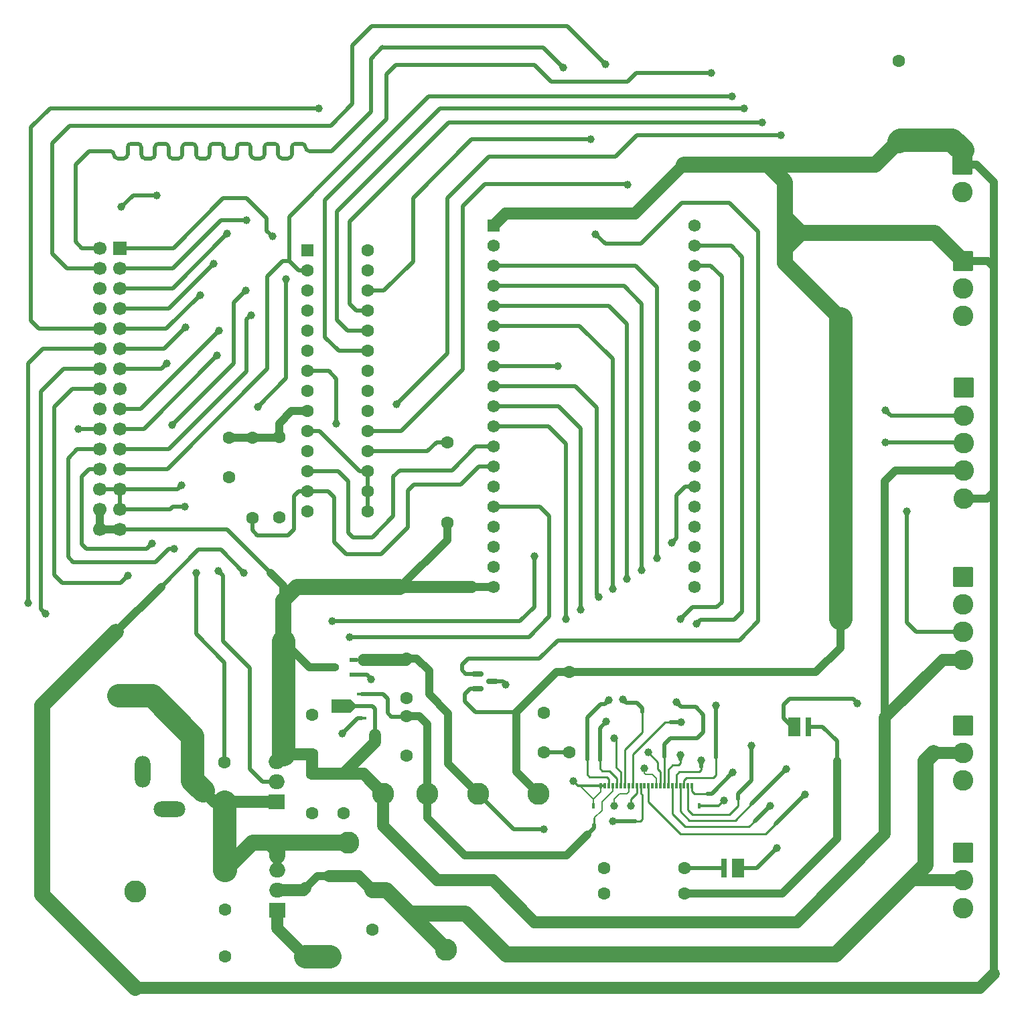
<source format=gtl>
G04 #@! TF.GenerationSoftware,KiCad,Pcbnew,9.0.5*
G04 #@! TF.CreationDate,2025-11-10T02:59:24-08:00*
G04 #@! TF.ProjectId,zotbins_2025_wrover_pcb,7a6f7462-696e-4735-9f32-3032355f7772,rev?*
G04 #@! TF.SameCoordinates,Original*
G04 #@! TF.FileFunction,Copper,L1,Top*
G04 #@! TF.FilePolarity,Positive*
%FSLAX46Y46*%
G04 Gerber Fmt 4.6, Leading zero omitted, Abs format (unit mm)*
G04 Created by KiCad (PCBNEW 9.0.5) date 2025-11-10 02:59:24*
%MOMM*%
%LPD*%
G01*
G04 APERTURE LIST*
G04 Aperture macros list*
%AMRoundRect*
0 Rectangle with rounded corners*
0 $1 Rounding radius*
0 $2 $3 $4 $5 $6 $7 $8 $9 X,Y pos of 4 corners*
0 Add a 4 corners polygon primitive as box body*
4,1,4,$2,$3,$4,$5,$6,$7,$8,$9,$2,$3,0*
0 Add four circle primitives for the rounded corners*
1,1,$1+$1,$2,$3*
1,1,$1+$1,$4,$5*
1,1,$1+$1,$6,$7*
1,1,$1+$1,$8,$9*
0 Add four rect primitives between the rounded corners*
20,1,$1+$1,$2,$3,$4,$5,0*
20,1,$1+$1,$4,$5,$6,$7,0*
20,1,$1+$1,$6,$7,$8,$9,0*
20,1,$1+$1,$8,$9,$2,$3,0*%
%AMFreePoly0*
4,1,21,0.303536,1.203536,0.305000,1.200000,0.305000,0.255000,0.600000,0.255000,0.603536,0.253536,0.605000,0.250000,0.605000,-0.250000,0.603536,-0.253536,0.600000,-0.255000,0.305000,-0.255000,0.305000,-1.200000,0.303536,-1.203536,0.300000,-1.205000,-0.300000,-1.205000,-0.303536,-1.203536,-0.305000,-1.200000,-0.305000,1.200000,-0.303536,1.203536,-0.300000,1.205000,0.300000,1.205000,
0.303536,1.203536,0.303536,1.203536,$1*%
G04 Aperture macros list end*
G04 #@! TA.AperFunction,EtchedComponent*
%ADD10C,0.000000*%
G04 #@! TD*
G04 #@! TA.AperFunction,ComponentPad*
%ADD11C,1.600000*%
G04 #@! TD*
G04 #@! TA.AperFunction,ComponentPad*
%ADD12C,2.800000*%
G04 #@! TD*
G04 #@! TA.AperFunction,ComponentPad*
%ADD13R,1.560000X1.560000*%
G04 #@! TD*
G04 #@! TA.AperFunction,ComponentPad*
%ADD14C,1.560000*%
G04 #@! TD*
G04 #@! TA.AperFunction,ComponentPad*
%ADD15RoundRect,0.250000X-1.050000X1.050000X-1.050000X-1.050000X1.050000X-1.050000X1.050000X1.050000X0*%
G04 #@! TD*
G04 #@! TA.AperFunction,ComponentPad*
%ADD16C,2.600000*%
G04 #@! TD*
G04 #@! TA.AperFunction,ComponentPad*
%ADD17O,2.200000X4.400000*%
G04 #@! TD*
G04 #@! TA.AperFunction,ComponentPad*
%ADD18O,2.000000X4.000000*%
G04 #@! TD*
G04 #@! TA.AperFunction,ComponentPad*
%ADD19O,4.000000X2.000000*%
G04 #@! TD*
G04 #@! TA.AperFunction,SMDPad,CuDef*
%ADD20R,0.300000X0.800000*%
G04 #@! TD*
G04 #@! TA.AperFunction,SMDPad,CuDef*
%ADD21R,0.400000X0.800000*%
G04 #@! TD*
G04 #@! TA.AperFunction,SMDPad,CuDef*
%ADD22FreePoly0,0.000000*%
G04 #@! TD*
G04 #@! TA.AperFunction,SMDPad,CuDef*
%ADD23R,1.600000X2.400000*%
G04 #@! TD*
G04 #@! TA.AperFunction,ComponentPad*
%ADD24RoundRect,0.250000X-0.550000X-0.550000X0.550000X-0.550000X0.550000X0.550000X-0.550000X0.550000X0*%
G04 #@! TD*
G04 #@! TA.AperFunction,ComponentPad*
%ADD25R,1.700000X1.700000*%
G04 #@! TD*
G04 #@! TA.AperFunction,ComponentPad*
%ADD26C,1.700000*%
G04 #@! TD*
G04 #@! TA.AperFunction,ComponentPad*
%ADD27R,2.000000X1.905000*%
G04 #@! TD*
G04 #@! TA.AperFunction,ComponentPad*
%ADD28O,2.000000X1.905000*%
G04 #@! TD*
G04 #@! TA.AperFunction,SMDPad,CuDef*
%ADD29RoundRect,0.150000X-0.587500X-0.150000X0.587500X-0.150000X0.587500X0.150000X-0.587500X0.150000X0*%
G04 #@! TD*
G04 #@! TA.AperFunction,SMDPad,CuDef*
%ADD30FreePoly0,180.000000*%
G04 #@! TD*
G04 #@! TA.AperFunction,SMDPad,CuDef*
%ADD31R,1.117600X0.482600*%
G04 #@! TD*
G04 #@! TA.AperFunction,SMDPad,CuDef*
%ADD32R,1.193800X0.431800*%
G04 #@! TD*
G04 #@! TA.AperFunction,SMDPad,CuDef*
%ADD33R,1.193800X0.482600*%
G04 #@! TD*
G04 #@! TA.AperFunction,ViaPad*
%ADD34C,1.000000*%
G04 #@! TD*
G04 #@! TA.AperFunction,Conductor*
%ADD35C,0.500000*%
G04 #@! TD*
G04 #@! TA.AperFunction,Conductor*
%ADD36C,0.200000*%
G04 #@! TD*
G04 #@! TA.AperFunction,Conductor*
%ADD37C,0.300000*%
G04 #@! TD*
G04 #@! TA.AperFunction,Conductor*
%ADD38C,1.500000*%
G04 #@! TD*
G04 #@! TA.AperFunction,Conductor*
%ADD39C,1.000000*%
G04 #@! TD*
G04 #@! TA.AperFunction,Conductor*
%ADD40C,2.000000*%
G04 #@! TD*
G04 #@! TA.AperFunction,Conductor*
%ADD41C,3.000000*%
G04 #@! TD*
G04 #@! TA.AperFunction,Conductor*
%ADD42C,0.250000*%
G04 #@! TD*
G04 #@! TA.AperFunction,Conductor*
%ADD43C,2.500000*%
G04 #@! TD*
G04 APERTURE END LIST*
D10*
G04 #@! TA.AperFunction,EtchedComponent*
G36*
X135500100Y-124687200D02*
G01*
X135728700Y-124687200D01*
X135728700Y-125169800D01*
X135474700Y-125169800D01*
X134941300Y-125754000D01*
X132477500Y-125754000D01*
X132477500Y-124103000D01*
X134941300Y-124103000D01*
X135500100Y-124687200D01*
G37*
G04 #@! TD.AperFunction*
D11*
X142000000Y-126200000D03*
X142000000Y-131200000D03*
D12*
X158600000Y-136000000D03*
X146923345Y-155723345D03*
D11*
X129180000Y-156600000D03*
X119020000Y-156600000D03*
D13*
X152950000Y-64140000D03*
D14*
X152950000Y-66680000D03*
X152950000Y-69220000D03*
X152950000Y-71760000D03*
X152950000Y-74300000D03*
X152950000Y-76840000D03*
X152950000Y-79380000D03*
X152950000Y-81920000D03*
X152950000Y-84460000D03*
X152950000Y-87000000D03*
X152950000Y-89540000D03*
X152950000Y-92080000D03*
X152950000Y-94620000D03*
X152950000Y-97160000D03*
X152950000Y-99700000D03*
X152950000Y-102240000D03*
X152950000Y-104780000D03*
X152950000Y-107320000D03*
X152950000Y-109860000D03*
X178350000Y-64140000D03*
X178350000Y-66680000D03*
X178350000Y-69220000D03*
X178350000Y-71760000D03*
X178350000Y-74300000D03*
X178350000Y-76840000D03*
X178350000Y-79380000D03*
X178350000Y-81920000D03*
X178350000Y-84460000D03*
X178350000Y-87000000D03*
X178350000Y-89540000D03*
X178350000Y-92080000D03*
X178350000Y-94620000D03*
X178350000Y-97160000D03*
X178350000Y-99700000D03*
X178350000Y-102240000D03*
X178350000Y-104780000D03*
X178350000Y-107320000D03*
X178350000Y-109860000D03*
D11*
X119550000Y-90950000D03*
X119550000Y-95950000D03*
D15*
X212300000Y-68600000D03*
D16*
X212300000Y-72100000D03*
X212300000Y-75600000D03*
D11*
X125850000Y-90920000D03*
X125850000Y-101080000D03*
D15*
X212200000Y-56400000D03*
D16*
X212200000Y-59900000D03*
D11*
X177119042Y-148652010D03*
X166959042Y-148652010D03*
X159300000Y-130770000D03*
X159300000Y-125770000D03*
X177100181Y-145398348D03*
X166940181Y-145398348D03*
X204200000Y-43320000D03*
X204200000Y-53480000D03*
D15*
X212300000Y-143475122D03*
D16*
X212300000Y-146975122D03*
X212300000Y-150475122D03*
D15*
X212402115Y-84642509D03*
D16*
X212402115Y-88142509D03*
X212402115Y-91642509D03*
X212402115Y-95142509D03*
X212402115Y-98642509D03*
D17*
X114900000Y-133200000D03*
D18*
X108600000Y-133200000D03*
D19*
X112000000Y-138000000D03*
D11*
X132193763Y-146437956D03*
X132193763Y-156597956D03*
D20*
X166550000Y-135000000D03*
X167050000Y-135000000D03*
X167550000Y-135000000D03*
X168050000Y-135000000D03*
X168550000Y-135000000D03*
X169050000Y-135000000D03*
X169550000Y-135000000D03*
X170050000Y-135000000D03*
X170550000Y-135000000D03*
X171050000Y-135000000D03*
X171550000Y-135000000D03*
X172050000Y-135000000D03*
X172550000Y-135000000D03*
X173050000Y-135000000D03*
X173550000Y-135000000D03*
X174050000Y-135000000D03*
X174550000Y-135000000D03*
X175050000Y-135000000D03*
X175550000Y-135000000D03*
X176050000Y-135000000D03*
X176550000Y-135000000D03*
X177050000Y-135000000D03*
X177550000Y-135000000D03*
X178050000Y-135000000D03*
D21*
X165600000Y-137500000D03*
X179000000Y-137500000D03*
D22*
X192774399Y-127515407D03*
D23*
X190974399Y-127515407D03*
D12*
X144600000Y-136000000D03*
X134600000Y-142200000D03*
D24*
X129400000Y-67275000D03*
D11*
X129400000Y-69815000D03*
X129400000Y-72355000D03*
X129400000Y-74895000D03*
X129400000Y-77435000D03*
X129400000Y-79975000D03*
X129400000Y-82515000D03*
X129400000Y-85055000D03*
X129400000Y-87595000D03*
X129400000Y-90135000D03*
X129400000Y-92675000D03*
X129400000Y-95215000D03*
X129400000Y-97755000D03*
X129400000Y-100295000D03*
X137020000Y-100295000D03*
X137020000Y-97755000D03*
X137020000Y-95215000D03*
X137020000Y-92675000D03*
X137020000Y-90135000D03*
X137020000Y-87595000D03*
X137020000Y-85055000D03*
X137020000Y-82515000D03*
X137020000Y-79975000D03*
X137020000Y-77435000D03*
X137020000Y-74895000D03*
X137020000Y-72355000D03*
X137020000Y-69815000D03*
X137020000Y-67275000D03*
D15*
X212282500Y-127359277D03*
D16*
X212282500Y-130859277D03*
X212282500Y-134359277D03*
D25*
X105700000Y-67000000D03*
D26*
X103160000Y-67000000D03*
X105700000Y-69540000D03*
X103160000Y-69540000D03*
X105700000Y-72080000D03*
X103160000Y-72080000D03*
X105700000Y-74620000D03*
X103160000Y-74620000D03*
X105700000Y-77160000D03*
X103160000Y-77160000D03*
X105700000Y-79700000D03*
X103160000Y-79700000D03*
X105700000Y-82240000D03*
X103160000Y-82240000D03*
X105700000Y-84780000D03*
X103160000Y-84780000D03*
X105700000Y-87320000D03*
X103160000Y-87320000D03*
X105700000Y-89860000D03*
X103160000Y-89860000D03*
X105700000Y-92400000D03*
X103160000Y-92400000D03*
X105700000Y-94940000D03*
X103160000Y-94940000D03*
X105700000Y-97480000D03*
X103160000Y-97480000D03*
X105700000Y-100020000D03*
X103160000Y-100020000D03*
X105700000Y-102560000D03*
X103160000Y-102560000D03*
D27*
X125600000Y-150780000D03*
D28*
X125600000Y-148240000D03*
X125600000Y-145700000D03*
D27*
X125500000Y-137000000D03*
D28*
X125500000Y-134460000D03*
X125500000Y-131920000D03*
D29*
X150917338Y-120822231D03*
X150917338Y-122722231D03*
X152792338Y-121772231D03*
D11*
X134000000Y-133500000D03*
X134000000Y-138500000D03*
X130000000Y-131000000D03*
X130000000Y-126000000D03*
D12*
X105564726Y-123600000D03*
D30*
X182059894Y-145402722D03*
D23*
X183859894Y-145402722D03*
D11*
X162550000Y-120620000D03*
X162550000Y-130780000D03*
D31*
X135293800Y-120950001D03*
X135293800Y-119049999D03*
X132906200Y-120000000D03*
D11*
X147100000Y-91540000D03*
X147100000Y-101700000D03*
X118936469Y-137068383D03*
X118936469Y-132068383D03*
D32*
X136325600Y-126428500D03*
D33*
X136325600Y-124928500D03*
D32*
X136325600Y-123428500D03*
D11*
X119000000Y-145700000D03*
X119000000Y-150700000D03*
D15*
X212300000Y-108551573D03*
D16*
X212300000Y-112051573D03*
X212300000Y-115551573D03*
X212300000Y-119051573D03*
D11*
X122500000Y-90940000D03*
X122500000Y-101100000D03*
X130000000Y-133500000D03*
X130000000Y-138500000D03*
D12*
X107679146Y-148352057D03*
X139000000Y-136000000D03*
D11*
X142000000Y-118900000D03*
X142000000Y-123900000D03*
X137600000Y-148200000D03*
X137600000Y-153200000D03*
D12*
X151000000Y-136000000D03*
D34*
X168200000Y-137500000D03*
X172000000Y-132800000D03*
X118172935Y-107806912D03*
X133800000Y-128400000D03*
X163000000Y-134400000D03*
X115353536Y-108049747D03*
X113500000Y-97000000D03*
X137500000Y-121500000D03*
X198980329Y-124569345D03*
X188750264Y-142856429D03*
X182050000Y-136850000D03*
X113900000Y-99700000D03*
X168200000Y-129000000D03*
X159277420Y-140506972D03*
X170300000Y-137500000D03*
X106760000Y-108450000D03*
X190000000Y-132900000D03*
X166282235Y-111117765D03*
X169300000Y-124100000D03*
X183200000Y-133350000D03*
X167550000Y-124200000D03*
X164000000Y-112699052D03*
X187900000Y-137500000D03*
X176550000Y-113950000D03*
X176100000Y-124400000D03*
X185600000Y-129900000D03*
X176600000Y-131100000D03*
X169800000Y-108800000D03*
X192300000Y-136100000D03*
X179200000Y-131800000D03*
X171700000Y-107700000D03*
X178600000Y-114500000D03*
X176675000Y-126925000D03*
X168000000Y-110100000D03*
X172500000Y-130800000D03*
X167200000Y-126900000D03*
X162100000Y-113946762D03*
X181050000Y-124800000D03*
X173600000Y-106200000D03*
X117600000Y-68925000D03*
X186877417Y-51098622D03*
X202536752Y-91600000D03*
X184646565Y-49330411D03*
X202536752Y-87537672D03*
X115850000Y-72900000D03*
X205177816Y-100271773D03*
X183070342Y-47809976D03*
X114025000Y-77025000D03*
X123121499Y-87038483D03*
X126727789Y-70880056D03*
X189291237Y-52694359D03*
X140700000Y-86700000D03*
X109756100Y-104359514D03*
X161080000Y-81920000D03*
X130900000Y-49300000D03*
X121602292Y-72352824D03*
X112330595Y-89355345D03*
X112600000Y-105000000D03*
X100500000Y-89860000D03*
X133100000Y-89200000D03*
X94150000Y-111850000D03*
X175500000Y-104300000D03*
X134800000Y-116200000D03*
X96350000Y-113250000D03*
X124996233Y-65503639D03*
X167092129Y-43691617D03*
X118215000Y-77435000D03*
X161754344Y-44178760D03*
X158100000Y-106000000D03*
X132550000Y-114200000D03*
X122281560Y-75439661D03*
X118000000Y-80600000D03*
X121700000Y-63450000D03*
X168000000Y-139500000D03*
X121418159Y-108089368D03*
X180500000Y-44800000D03*
X105900000Y-61800000D03*
X111675000Y-81575000D03*
X110400000Y-60300000D03*
X169875023Y-58928963D03*
X165867446Y-65203879D03*
X119300000Y-65150000D03*
X165245187Y-53227640D03*
X154518648Y-122181438D03*
D35*
X189596245Y-124768341D02*
X190366839Y-123997747D01*
X105700000Y-97480000D02*
X105700000Y-100020000D01*
D36*
X173050000Y-133600000D02*
X173550000Y-134100000D01*
D35*
X118936469Y-119388403D02*
X115353536Y-115805470D01*
X115353536Y-115805470D02*
X115353536Y-108049747D01*
X113020000Y-97480000D02*
X113500000Y-97000000D01*
D36*
X168200000Y-136700000D02*
X168900000Y-136000000D01*
D35*
X186220736Y-145385957D02*
X188750264Y-142856429D01*
X130912500Y-90135000D02*
X135992500Y-95215000D01*
D36*
X165600000Y-137500000D02*
X165600000Y-137000000D01*
D35*
X189596245Y-126421444D02*
X189596245Y-124768341D01*
D36*
X165600000Y-136700000D02*
X166550000Y-135750000D01*
D35*
X198408731Y-123997747D02*
X198980329Y-124569345D01*
X111755000Y-97480000D02*
X113020000Y-97480000D01*
X137020000Y-100295000D02*
X137020000Y-97755000D01*
D36*
X166550000Y-135750000D02*
X166550000Y-135000000D01*
X168200000Y-137500000D02*
X168200000Y-136700000D01*
D35*
X103160000Y-97480000D02*
X105700000Y-97480000D01*
X111755000Y-97480000D02*
X105700000Y-97480000D01*
D36*
X170050000Y-135750000D02*
X170050000Y-135000000D01*
D35*
X190690208Y-127515407D02*
X189596245Y-126421444D01*
D37*
X163000000Y-134400000D02*
X163600000Y-135000000D01*
D35*
X183859894Y-145385957D02*
X186220736Y-145385957D01*
D36*
X163900000Y-135000000D02*
X163600000Y-135000000D01*
D35*
X112080000Y-100020000D02*
X105700000Y-100020000D01*
D36*
X168900000Y-136000000D02*
X169800000Y-136000000D01*
X172200000Y-133600000D02*
X173050000Y-133600000D01*
D35*
X137500000Y-121500000D02*
X136950001Y-120950001D01*
X118790139Y-116695870D02*
X122157982Y-120063713D01*
X136950001Y-120950001D02*
X135293800Y-120950001D01*
X190974399Y-127515407D02*
X190690208Y-127515407D01*
X190366839Y-123997747D02*
X198408731Y-123997747D01*
D36*
X173550000Y-134100000D02*
X173550000Y-135000000D01*
D35*
X118172935Y-107806912D02*
X118790139Y-108424116D01*
D36*
X165600000Y-137000000D02*
X165600000Y-136700000D01*
D35*
X135771500Y-126428500D02*
X133800000Y-128400000D01*
X122157982Y-132857982D02*
X123760000Y-134460000D01*
D36*
X172000000Y-133400000D02*
X172200000Y-133600000D01*
D35*
X113900000Y-99700000D02*
X112400000Y-99700000D01*
D36*
X172000000Y-132800000D02*
X172000000Y-133400000D01*
D35*
X112400000Y-99700000D02*
X112080000Y-100020000D01*
X136325600Y-126428500D02*
X135771500Y-126428500D01*
X129400000Y-90135000D02*
X130912500Y-90135000D01*
D37*
X182050000Y-136850000D02*
X181400000Y-137500000D01*
D35*
X123760000Y-134460000D02*
X125500000Y-134460000D01*
X118936469Y-132068383D02*
X118936469Y-119388403D01*
D37*
X166550000Y-135000000D02*
X166949000Y-135000000D01*
X181400000Y-137500000D02*
X179000000Y-137500000D01*
D36*
X165600000Y-136700000D02*
X163900000Y-135000000D01*
D35*
X118790139Y-108424116D02*
X118790139Y-116695870D01*
D36*
X169800000Y-136000000D02*
X170050000Y-135750000D01*
D37*
X163600000Y-135000000D02*
X166550000Y-135000000D01*
D35*
X137020000Y-95215000D02*
X137020000Y-97755000D01*
X122157982Y-120063713D02*
X122157982Y-132857982D01*
X135992500Y-95215000D02*
X137020000Y-95215000D01*
D38*
X158162019Y-152245049D02*
X152859367Y-146942397D01*
D39*
X105700000Y-102560000D02*
X103160000Y-102560000D01*
D35*
X137628500Y-124928500D02*
X136325600Y-124928500D01*
D38*
X209793475Y-119051573D02*
X202442720Y-126402328D01*
X191308737Y-152245049D02*
X158162019Y-152245049D01*
D39*
X124788836Y-108102203D02*
X126400000Y-109713367D01*
X152950000Y-109860000D02*
X150160000Y-109860000D01*
X203778548Y-95142509D02*
X212402115Y-95142509D01*
D35*
X138000000Y-125300000D02*
X137628500Y-124928500D01*
D40*
X141140000Y-109860000D02*
X128060949Y-109860000D01*
X126400000Y-116725000D02*
X126400000Y-111520949D01*
D38*
X191308737Y-152245049D02*
X202442720Y-141111066D01*
X126400000Y-131000000D02*
X130000000Y-131000000D01*
D39*
X126400000Y-109713367D02*
X126400000Y-111520949D01*
X147100000Y-101700000D02*
X147100000Y-103900000D01*
D38*
X145842397Y-146942397D02*
X139000000Y-140100000D01*
X141140000Y-109860000D02*
X150160000Y-109860000D01*
X130000000Y-133500000D02*
X130000000Y-131000000D01*
D39*
X202442720Y-96478337D02*
X203778548Y-95142509D01*
D38*
X138000000Y-129500000D02*
X134000000Y-133500000D01*
D39*
X202442720Y-126402328D02*
X202442720Y-96478337D01*
D40*
X128060949Y-109860000D02*
X126400000Y-111520949D01*
D38*
X139000000Y-140100000D02*
X139000000Y-136000000D01*
D39*
X103160000Y-100020000D02*
X103160000Y-102560000D01*
X147100000Y-103900000D02*
X141140000Y-109860000D01*
D38*
X130000000Y-133500000D02*
X134000000Y-133500000D01*
D39*
X132906200Y-120000000D02*
X129675000Y-120000000D01*
D38*
X125500000Y-131900000D02*
X126400000Y-131000000D01*
D41*
X126400000Y-131000000D02*
X126400000Y-116725000D01*
D35*
X138000000Y-128600000D02*
X138000000Y-125300000D01*
D38*
X138000000Y-128600000D02*
X138000000Y-129500000D01*
X134000000Y-133500000D02*
X136500000Y-133500000D01*
X212300000Y-119051573D02*
X209793475Y-119051573D01*
X152859367Y-146942397D02*
X145842397Y-146942397D01*
X125500000Y-131920000D02*
X125500000Y-131900000D01*
X202442720Y-126402328D02*
X202442720Y-141111066D01*
D39*
X129675000Y-120000000D02*
X126400000Y-116725000D01*
D35*
X124788836Y-108102203D02*
X119246633Y-102560000D01*
X119246633Y-102560000D02*
X105700000Y-102560000D01*
D38*
X136500000Y-133500000D02*
X139000000Y-136000000D01*
D35*
X162550000Y-130780000D02*
X159310000Y-130780000D01*
D42*
X168200000Y-129000000D02*
X168500000Y-129300000D01*
X169050000Y-133250000D02*
X169050000Y-135000000D01*
X168500000Y-132700000D02*
X169050000Y-133250000D01*
X168500000Y-129300000D02*
X168500000Y-132700000D01*
D35*
X159310000Y-130780000D02*
X159300000Y-130770000D01*
D39*
X144798513Y-123380117D02*
X144798513Y-120440875D01*
D42*
X170300000Y-137500000D02*
X170300000Y-136700000D01*
D39*
X143257638Y-118900000D02*
X142000000Y-118900000D01*
D42*
X170300000Y-136700000D02*
X171050000Y-135950000D01*
D35*
X155506972Y-140506972D02*
X151000000Y-136000000D01*
D38*
X141850001Y-119049999D02*
X142000000Y-118900000D01*
X136546100Y-119049999D02*
X141850001Y-119049999D01*
D39*
X151000000Y-136000000D02*
X147236999Y-132236999D01*
D42*
X171050000Y-135950000D02*
X171050000Y-135000000D01*
D39*
X144798513Y-120440875D02*
X143257638Y-118900000D01*
X147236999Y-125818603D02*
X144798513Y-123380117D01*
X147236999Y-132236999D02*
X147236999Y-125818603D01*
D35*
X159277420Y-140506972D02*
X155506972Y-140506972D01*
X165700000Y-139900000D02*
X165700000Y-140300000D01*
D39*
X143600000Y-126200000D02*
X144600000Y-127200000D01*
D35*
X140050000Y-126250000D02*
X141500000Y-126250000D01*
X165700000Y-140300000D02*
X164800000Y-141200000D01*
X139600000Y-124000000D02*
X139600000Y-125800000D01*
D39*
X142000000Y-126200000D02*
X143600000Y-126200000D01*
X144600000Y-136000000D02*
X144600000Y-139100000D01*
D36*
X165700000Y-139100000D02*
X166700000Y-138100000D01*
D35*
X136325600Y-123428500D02*
X139028500Y-123428500D01*
X139028500Y-123428500D02*
X139600000Y-124000000D01*
D36*
X166700000Y-137000000D02*
X168050000Y-135650000D01*
X166700000Y-138100000D02*
X166700000Y-137000000D01*
D35*
X139600000Y-125800000D02*
X140050000Y-126250000D01*
D39*
X144600000Y-139100000D02*
X149329080Y-143829080D01*
X149329080Y-143829080D02*
X162170920Y-143829080D01*
D42*
X165700000Y-139100000D02*
X165700000Y-139900000D01*
D39*
X144600000Y-127200000D02*
X144600000Y-136000000D01*
X162170920Y-143829080D02*
X164800000Y-141200000D01*
D36*
X168050000Y-135650000D02*
X168050000Y-135000000D01*
D35*
X106760000Y-108450000D02*
X106750000Y-108450000D01*
X105840000Y-109360000D02*
X98407041Y-109360000D01*
X99720000Y-84780000D02*
X103160000Y-84780000D01*
X97387062Y-108340021D02*
X97387062Y-87112938D01*
X98407041Y-109360000D02*
X97387062Y-108340021D01*
X97387062Y-87112938D02*
X99720000Y-84780000D01*
X106750000Y-108450000D02*
X105840000Y-109360000D01*
X190000000Y-132900000D02*
X185600000Y-137300000D01*
D42*
X183500000Y-139400000D02*
X177700000Y-139400000D01*
X177700000Y-139400000D02*
X176550000Y-138250000D01*
X185600000Y-137300000D02*
X183500000Y-139400000D01*
X176550000Y-138250000D02*
X176550000Y-135000000D01*
D35*
X163260000Y-84460000D02*
X152950000Y-84460000D01*
D42*
X171800000Y-125700000D02*
X171800000Y-128200000D01*
D35*
X166000000Y-87200000D02*
X163260000Y-84460000D01*
X171800000Y-125200000D02*
X171100000Y-124500000D01*
D42*
X171800000Y-128200000D02*
X169550000Y-130450000D01*
D35*
X171800000Y-125700000D02*
X171800000Y-125200000D01*
D42*
X169550000Y-130450000D02*
X169550000Y-135000000D01*
D35*
X169700000Y-124500000D02*
X169300000Y-124100000D01*
X171100000Y-124500000D02*
X169700000Y-124500000D01*
X166000000Y-110835530D02*
X166000000Y-87200000D01*
X166282235Y-111117765D02*
X166000000Y-110835530D01*
X180550000Y-136000000D02*
X180000000Y-136000000D01*
D42*
X180000000Y-136000000D02*
X178400000Y-136000000D01*
D35*
X183200000Y-133350000D02*
X180550000Y-136000000D01*
D42*
X178050000Y-135650000D02*
X178050000Y-135000000D01*
X178400000Y-136000000D02*
X178050000Y-135650000D01*
X165100000Y-133900000D02*
X167300000Y-133900000D01*
D35*
X166500000Y-124700000D02*
X167050000Y-124700000D01*
X167050000Y-124700000D02*
X167550000Y-124200000D01*
X164000000Y-89800000D02*
X161200000Y-87000000D01*
X164800000Y-126400000D02*
X166500000Y-124700000D01*
D42*
X164800000Y-133600000D02*
X165100000Y-133900000D01*
D35*
X161200000Y-87000000D02*
X152950000Y-87000000D01*
X164000000Y-112699052D02*
X164000000Y-89800000D01*
X164800000Y-131700000D02*
X164800000Y-126400000D01*
D42*
X167300000Y-133900000D02*
X167550000Y-134150000D01*
X167550000Y-134150000D02*
X167550000Y-135000000D01*
X164800000Y-131700000D02*
X164800000Y-133600000D01*
X175550000Y-138550000D02*
X175550000Y-135000000D01*
X185200000Y-140200000D02*
X177200000Y-140200000D01*
D35*
X185950000Y-139450000D02*
X187900000Y-137500000D01*
D42*
X177200000Y-140200000D02*
X175550000Y-138550000D01*
X185950000Y-139450000D02*
X185200000Y-140200000D01*
D35*
X187900000Y-137500000D02*
X187900000Y-137600000D01*
X176550000Y-113950000D02*
X178100000Y-112400000D01*
X181800000Y-111800000D02*
X181800000Y-70600000D01*
X181800000Y-70600000D02*
X180420000Y-69220000D01*
X178700000Y-129000000D02*
X175300000Y-129000000D01*
X179500000Y-126000000D02*
X179500000Y-128200000D01*
X180420000Y-69220000D02*
X178350000Y-69220000D01*
X178100000Y-112400000D02*
X181200000Y-112400000D01*
X179500000Y-128200000D02*
X178700000Y-129000000D01*
D42*
X174550000Y-131400000D02*
X174550000Y-135000000D01*
D35*
X181200000Y-112400000D02*
X181800000Y-111800000D01*
X178500000Y-125000000D02*
X179500000Y-126000000D01*
X174550000Y-129750000D02*
X174550000Y-131400000D01*
X176700000Y-125000000D02*
X178500000Y-125000000D01*
X176100000Y-124400000D02*
X176700000Y-125000000D01*
X175300000Y-129000000D02*
X174550000Y-129750000D01*
X185600000Y-129900000D02*
X185600000Y-134300000D01*
D42*
X178100000Y-138600000D02*
X177550000Y-138050000D01*
X183900000Y-136700000D02*
X183900000Y-137500000D01*
D35*
X183900000Y-136000000D02*
X183900000Y-136700000D01*
D42*
X183900000Y-137500000D02*
X182800000Y-138600000D01*
X182800000Y-138600000D02*
X178100000Y-138600000D01*
X177550000Y-138050000D02*
X177550000Y-135000000D01*
D35*
X185600000Y-134300000D02*
X183900000Y-136000000D01*
X169800000Y-108800000D02*
X169800000Y-76600000D01*
D42*
X175050000Y-132950000D02*
X175600000Y-132400000D01*
X175050000Y-135000000D02*
X175050000Y-132950000D01*
X176600000Y-132100000D02*
X176600000Y-131700000D01*
D35*
X169800000Y-76600000D02*
X167500000Y-74300000D01*
D42*
X176300000Y-132400000D02*
X176600000Y-132100000D01*
D35*
X167500000Y-74300000D02*
X152950000Y-74300000D01*
X176600000Y-131100000D02*
X176600000Y-131700000D01*
D42*
X175600000Y-132400000D02*
X176300000Y-132400000D01*
X172550000Y-137050000D02*
X172550000Y-135000000D01*
X187300000Y-141100000D02*
X176600000Y-141100000D01*
X176600000Y-141100000D02*
X172550000Y-137050000D01*
D35*
X192300000Y-136100000D02*
X188600000Y-139800000D01*
D42*
X188600000Y-139800000D02*
X187300000Y-141100000D01*
X179200000Y-132600000D02*
X179200000Y-133000000D01*
X176050000Y-133650000D02*
X176050000Y-135000000D01*
D35*
X171700000Y-107700000D02*
X171700000Y-74000000D01*
D42*
X178950000Y-133250000D02*
X176450000Y-133250000D01*
X179200000Y-133000000D02*
X178950000Y-133250000D01*
D35*
X171700000Y-74000000D02*
X169460000Y-71760000D01*
X169460000Y-71760000D02*
X152950000Y-71760000D01*
D42*
X176450000Y-133250000D02*
X176050000Y-133650000D01*
D35*
X179200000Y-131800000D02*
X179200000Y-132600000D01*
X179100000Y-114000000D02*
X183400000Y-114000000D01*
X182980000Y-66680000D02*
X178350000Y-66680000D01*
D42*
X174675000Y-126925000D02*
X175300000Y-126925000D01*
D35*
X175300000Y-126925000D02*
X176675000Y-126925000D01*
X184400000Y-68100000D02*
X182980000Y-66680000D01*
D42*
X170550000Y-131050000D02*
X174675000Y-126925000D01*
D35*
X184400000Y-113000000D02*
X184400000Y-68100000D01*
D42*
X170550000Y-135000000D02*
X170550000Y-131050000D01*
D35*
X178600000Y-114500000D02*
X179100000Y-114000000D01*
X183400000Y-114000000D02*
X184400000Y-113000000D01*
X168000000Y-81000000D02*
X163840000Y-76840000D01*
D42*
X173700000Y-132000000D02*
X173700000Y-132900000D01*
X174050000Y-133250000D02*
X174050000Y-135000000D01*
D35*
X163840000Y-76840000D02*
X152950000Y-76840000D01*
D42*
X173700000Y-132900000D02*
X174050000Y-133250000D01*
D35*
X168000000Y-110100000D02*
X168000000Y-81000000D01*
D42*
X172500000Y-130800000D02*
X173700000Y-132000000D01*
D35*
X162100000Y-91700000D02*
X159940000Y-89540000D01*
X162100000Y-113946762D02*
X162100000Y-91700000D01*
D42*
X166700000Y-133100000D02*
X166400000Y-132800000D01*
D35*
X159940000Y-89540000D02*
X152950000Y-89540000D01*
D42*
X167600000Y-133100000D02*
X166700000Y-133100000D01*
X166400000Y-132800000D02*
X166400000Y-131800000D01*
X168550000Y-134050000D02*
X167600000Y-133100000D01*
X168550000Y-135000000D02*
X168550000Y-134050000D01*
D35*
X166400000Y-127700000D02*
X167200000Y-126900000D01*
X166400000Y-131800000D02*
X166400000Y-127700000D01*
X173600000Y-71900000D02*
X170920000Y-69220000D01*
D42*
X177050000Y-134300000D02*
X177050000Y-135000000D01*
X181050000Y-131450000D02*
X181050000Y-133650000D01*
D35*
X170920000Y-69220000D02*
X152950000Y-69220000D01*
X181050000Y-131450000D02*
X181050000Y-124800000D01*
D42*
X180700000Y-134000000D02*
X177350000Y-134000000D01*
D35*
X173600000Y-106200000D02*
X173600000Y-71900000D01*
D42*
X181050000Y-133650000D02*
X180700000Y-134000000D01*
X177350000Y-134000000D02*
X177050000Y-134300000D01*
D35*
X186867162Y-51108877D02*
X186877417Y-51098622D01*
X147297092Y-51108877D02*
X170694483Y-51108877D01*
X111905000Y-74620000D02*
X105750000Y-74620000D01*
X117600000Y-68925000D02*
X111905000Y-74620000D01*
X212359606Y-91600000D02*
X212402115Y-91642509D01*
X134777722Y-74055297D02*
X134777722Y-63628247D01*
X135617425Y-74895000D02*
X134777722Y-74055297D01*
X137020000Y-74895000D02*
X135617425Y-74895000D01*
X202536752Y-91600000D02*
X212359606Y-91600000D01*
X170694483Y-51108877D02*
X186867162Y-51108877D01*
X134777722Y-63628247D02*
X147297092Y-51108877D01*
X134510128Y-77435000D02*
X133292101Y-76216973D01*
X146155207Y-49341945D02*
X169679747Y-49341945D01*
X202536752Y-87537672D02*
X203099080Y-88100000D01*
X145573865Y-49923287D02*
X146155207Y-49341945D01*
X169925813Y-49341945D02*
X184635031Y-49341945D01*
X115850000Y-72900000D02*
X111590000Y-77160000D01*
X203141589Y-88142509D02*
X212402115Y-88142509D01*
D37*
X203099080Y-88100000D02*
X203141589Y-88142509D01*
D35*
X169679747Y-49341945D02*
X169925813Y-49341945D01*
X133121392Y-63796794D02*
X133121392Y-62375760D01*
X184635031Y-49341945D02*
X184646565Y-49330411D01*
X133292101Y-76216973D02*
X133121392Y-76046264D01*
X137020000Y-77435000D02*
X134510128Y-77435000D01*
X111590000Y-77160000D02*
X105750000Y-77160000D01*
X133121392Y-76046264D02*
X133121392Y-63796794D01*
X133121392Y-62375760D02*
X145573865Y-49923287D01*
X205179437Y-100273394D02*
X205179437Y-114318387D01*
X205179437Y-114318387D02*
X206412623Y-115551573D01*
X133377712Y-79975000D02*
X137020000Y-79975000D01*
X206412623Y-115551573D02*
X212300000Y-115551573D01*
X114025000Y-77025000D02*
X111350000Y-79700000D01*
X183070342Y-47809976D02*
X183070184Y-47809818D01*
X131642429Y-60908968D02*
X131642429Y-78239717D01*
X183070184Y-47809818D02*
X144741579Y-47809818D01*
X131642429Y-78239717D02*
X133377712Y-79975000D01*
X205177816Y-100271773D02*
X205179437Y-100273394D01*
X111350000Y-79700000D02*
X105750000Y-79700000D01*
X144741579Y-47809818D02*
X131642429Y-60908968D01*
X189291237Y-52694359D02*
X171097037Y-52694359D01*
X100885425Y-95868707D02*
X101814132Y-94940000D01*
X168413550Y-55377846D02*
X152359682Y-55377846D01*
X152359682Y-55377846D02*
X147113266Y-60624262D01*
X101475983Y-105017742D02*
X100885425Y-104427184D01*
X147113266Y-60624262D02*
X147113266Y-80286734D01*
X126733259Y-77545184D02*
X126733259Y-70885526D01*
X171097037Y-52694359D02*
X168413550Y-55377846D01*
X101475983Y-105017742D02*
X109097872Y-105017742D01*
X101814132Y-94940000D02*
X103160000Y-94940000D01*
X147113266Y-80286734D02*
X140700000Y-86700000D01*
X126733259Y-70885526D02*
X126727789Y-70880056D01*
X109097872Y-105017742D02*
X109756100Y-104359514D01*
X123121499Y-87038483D02*
X126733259Y-83426723D01*
X126733259Y-83426723D02*
X126733259Y-77545184D01*
X100885425Y-104427184D02*
X100885425Y-95868707D01*
X94500000Y-76150000D02*
X95510000Y-77160000D01*
X161080000Y-81920000D02*
X152950000Y-81920000D01*
X95510000Y-77160000D02*
X103160000Y-77160000D01*
X130900000Y-49300000D02*
X96876075Y-49300000D01*
X94500000Y-51676075D02*
X94500000Y-76150000D01*
X96876075Y-49300000D02*
X94500000Y-51676075D01*
X111900000Y-105000000D02*
X110200000Y-106700000D01*
X110200000Y-106700000D02*
X99834044Y-106700000D01*
X99834044Y-106700000D02*
X99170462Y-106036418D01*
X112330595Y-89355345D02*
X112330595Y-89354606D01*
X120077172Y-73881308D02*
X121603480Y-72355000D01*
X112600000Y-105000000D02*
X111900000Y-105000000D01*
X112330595Y-89354606D02*
X120077172Y-81608029D01*
X99170462Y-106036418D02*
X99170462Y-93559538D01*
X121603480Y-72354012D02*
X121602292Y-72352824D01*
X121603480Y-72355000D02*
X121603480Y-72354012D01*
X99170462Y-93559538D02*
X100330000Y-92400000D01*
X100330000Y-92400000D02*
X103160000Y-92400000D01*
X120077172Y-81608029D02*
X120077172Y-73881308D01*
X129400000Y-82515000D02*
X131585000Y-82515000D01*
X100500000Y-89860000D02*
X103160000Y-89860000D01*
X133100000Y-83500000D02*
X133100000Y-89200000D01*
X132115000Y-82515000D02*
X133100000Y-83500000D01*
X131585000Y-82515000D02*
X132115000Y-82515000D01*
X94150000Y-81550000D02*
X96000000Y-79700000D01*
X175500000Y-104300000D02*
X176100000Y-103700000D01*
X96000000Y-79700000D02*
X103160000Y-79700000D01*
X176100000Y-98250000D02*
X177190000Y-97160000D01*
X176100000Y-103700000D02*
X176100000Y-98250000D01*
X177190000Y-97160000D02*
X178350000Y-97160000D01*
X94150000Y-111850000D02*
X94150000Y-81550000D01*
X134800000Y-116200000D02*
X157415922Y-116200000D01*
X96350000Y-113250000D02*
X95741111Y-112641111D01*
X158800000Y-99700000D02*
X152950000Y-99700000D01*
X160000000Y-100900000D02*
X158800000Y-99700000D01*
X98610000Y-82240000D02*
X103160000Y-82240000D01*
X157415922Y-116200000D02*
X160000000Y-113615922D01*
X160000000Y-113615922D02*
X160000000Y-100900000D01*
X95741111Y-112641111D02*
X95741111Y-85108889D01*
X95741111Y-85108889D02*
X98610000Y-82240000D01*
X124300000Y-63255283D02*
X124300797Y-63254486D01*
X112500000Y-67000000D02*
X105700000Y-67000000D01*
X124300000Y-64807406D02*
X124300000Y-63255283D01*
X124300797Y-63254486D02*
X124300797Y-63241727D01*
X121759070Y-60700000D02*
X118800000Y-60700000D01*
X124300797Y-63241727D02*
X121759070Y-60700000D01*
X124996233Y-65503639D02*
X124300000Y-64807406D01*
X118800000Y-60700000D02*
X112500000Y-67000000D01*
D39*
X125600000Y-145700000D02*
X125600000Y-143900000D01*
D40*
X124700000Y-142200000D02*
X134600000Y-142200000D01*
D38*
X118931617Y-137068383D02*
X117668383Y-137068383D01*
X125500000Y-137000000D02*
X119004852Y-137000000D01*
D41*
X114900000Y-133200000D02*
X114900000Y-134300000D01*
D38*
X117668383Y-137068383D02*
X116200000Y-135600000D01*
D41*
X114900000Y-133200000D02*
X114900000Y-134100000D01*
D40*
X124700000Y-142200000D02*
X122500000Y-142200000D01*
D41*
X114900000Y-134300000D02*
X116200000Y-135600000D01*
D38*
X119004852Y-137000000D02*
X118936469Y-137068383D01*
D40*
X125600000Y-143100000D02*
X124700000Y-142200000D01*
D41*
X114900000Y-128700000D02*
X109800000Y-123600000D01*
X118936469Y-137068383D02*
X118936469Y-145636469D01*
X114900000Y-133200000D02*
X114900000Y-128700000D01*
X109800000Y-123600000D02*
X105564726Y-123600000D01*
D40*
X125600000Y-143900000D02*
X125600000Y-143100000D01*
D41*
X118936469Y-145636469D02*
X119000000Y-145700000D01*
D40*
X122500000Y-142200000D02*
X119000000Y-145700000D01*
D35*
X137574291Y-38892947D02*
X135133621Y-41333617D01*
X97200000Y-53709768D02*
X97200000Y-67700000D01*
X166368203Y-42967691D02*
X166367691Y-42967691D01*
X97200000Y-67700000D02*
X99040000Y-69540000D01*
X99409768Y-51500000D02*
X97200000Y-53709768D01*
X135133621Y-48735524D02*
X132369145Y-51500000D01*
X167092129Y-43691617D02*
X166368203Y-42967691D01*
X162292947Y-38892947D02*
X137574291Y-38892947D01*
X99040000Y-69540000D02*
X103160000Y-69540000D01*
X135133621Y-41333617D02*
X135133621Y-48735524D01*
X166367691Y-42967691D02*
X162292947Y-38892947D01*
X132369145Y-51500000D02*
X99409768Y-51500000D01*
X118215000Y-77435000D02*
X108330000Y-87320000D01*
X108330000Y-87320000D02*
X105700000Y-87320000D01*
X110155000Y-54700000D02*
X110155000Y-54235000D01*
X130450000Y-54700000D02*
X132500000Y-54700000D01*
X118805000Y-54700000D02*
X118805000Y-55165000D01*
X113615000Y-55165000D02*
X113615000Y-54700000D01*
X101801617Y-54700000D02*
X104500000Y-54700000D01*
X113615000Y-54700000D02*
X113615000Y-54235000D01*
X117075000Y-55165000D02*
X117075000Y-54700000D01*
X137445922Y-43043391D02*
X138940772Y-41548541D01*
X121000000Y-53770000D02*
X121800000Y-53770000D01*
X159190063Y-41590063D02*
X159190063Y-41614479D01*
X112350000Y-55630000D02*
X113150000Y-55630000D01*
X103160000Y-67000000D02*
X100900000Y-67000000D01*
X118805000Y-54235000D02*
X118805000Y-54700000D01*
X138940772Y-41548541D02*
X138982294Y-41590063D01*
X100900000Y-67000000D02*
X100100000Y-66200000D01*
X119270000Y-55630000D02*
X120070000Y-55630000D01*
X122730000Y-55630000D02*
X123530000Y-55630000D01*
X117075000Y-54700000D02*
X117075000Y-54235000D01*
X127455000Y-54700000D02*
X127455000Y-54235000D01*
X114080000Y-53770000D02*
X114880000Y-53770000D01*
X111885000Y-54235000D02*
X111885000Y-54700000D01*
X100100000Y-66200000D02*
X100100000Y-56401617D01*
X125725000Y-54700000D02*
X125725000Y-55165000D01*
X138982294Y-41590063D02*
X159190063Y-41590063D01*
X105430000Y-55630000D02*
X106230000Y-55630000D01*
X106695000Y-54700000D02*
X106695000Y-54235000D01*
X132500000Y-54696803D02*
X137445922Y-49750881D01*
X108425000Y-54700000D02*
X108425000Y-55165000D01*
X100100000Y-56401617D02*
X101801617Y-54700000D01*
X123995000Y-55165000D02*
X123995000Y-54700000D01*
X137445922Y-49750881D02*
X137445922Y-43043391D01*
X120535000Y-54700000D02*
X120535000Y-54235000D01*
X107160000Y-53770000D02*
X107960000Y-53770000D01*
X159190063Y-41614479D02*
X161754344Y-44178760D01*
X110620000Y-53770000D02*
X111420000Y-53770000D01*
X126190000Y-55630000D02*
X126990000Y-55630000D01*
X117540000Y-53770000D02*
X118340000Y-53770000D01*
X125725000Y-54235000D02*
X125725000Y-54700000D01*
X115810000Y-55630000D02*
X116610000Y-55630000D01*
X115345000Y-54700000D02*
X115345000Y-55165000D01*
X111885000Y-54700000D02*
X111885000Y-55165000D01*
X129650000Y-54700000D02*
X130450000Y-54700000D01*
X127455000Y-55165000D02*
X127455000Y-54700000D01*
X108425000Y-54235000D02*
X108425000Y-54700000D01*
X122265000Y-54700000D02*
X122265000Y-55165000D01*
X132500000Y-54700000D02*
X132500000Y-54696803D01*
X110155000Y-55165000D02*
X110155000Y-54700000D01*
X106695000Y-55165000D02*
X106695000Y-54700000D01*
X115345000Y-54235000D02*
X115345000Y-54700000D01*
X108890000Y-55630000D02*
X109690000Y-55630000D01*
X124460000Y-53770000D02*
X125260000Y-53770000D01*
X120535000Y-55165000D02*
X120535000Y-54700000D01*
X127920000Y-53770000D02*
X128720000Y-53770000D01*
X123995000Y-54700000D02*
X123995000Y-54235000D01*
X122265000Y-54235000D02*
X122265000Y-54700000D01*
X118805000Y-55165000D02*
G75*
G03*
X119270000Y-55630000I465000J0D01*
G01*
X126990000Y-55630000D02*
G75*
G03*
X127455000Y-55165000I0J465000D01*
G01*
X117075000Y-54235000D02*
G75*
G02*
X117540000Y-53770000I465000J0D01*
G01*
X104965000Y-55165000D02*
G75*
G03*
X105430000Y-55630000I465000J0D01*
G01*
X113615000Y-54235000D02*
G75*
G02*
X114080000Y-53770000I465000J0D01*
G01*
X116610000Y-55630000D02*
G75*
G03*
X117075000Y-55165000I0J465000D01*
G01*
X128720000Y-53770000D02*
G75*
G02*
X129185000Y-54235000I0J-465000D01*
G01*
X129185000Y-54235000D02*
G75*
G03*
X129650000Y-54700000I465000J0D01*
G01*
X107960000Y-53770000D02*
G75*
G02*
X108425000Y-54235000I0J-465000D01*
G01*
X123995000Y-54235000D02*
G75*
G02*
X124460000Y-53770000I465000J0D01*
G01*
X110155000Y-54235000D02*
G75*
G02*
X110620000Y-53770000I465000J0D01*
G01*
X115345000Y-55165000D02*
G75*
G03*
X115810000Y-55630000I465000J0D01*
G01*
X127455000Y-54235000D02*
G75*
G02*
X127920000Y-53770000I465000J0D01*
G01*
X111420000Y-53770000D02*
G75*
G02*
X111885000Y-54235000I0J-465000D01*
G01*
X121800000Y-53770000D02*
G75*
G02*
X122265000Y-54235000I0J-465000D01*
G01*
X120535000Y-54235000D02*
G75*
G02*
X121000000Y-53770000I465000J0D01*
G01*
X104500000Y-54700000D02*
G75*
G02*
X104965000Y-55165000I0J-465000D01*
G01*
X118340000Y-53770000D02*
G75*
G02*
X118805000Y-54235000I0J-465000D01*
G01*
X113150000Y-55630000D02*
G75*
G03*
X113615000Y-55165000I0J465000D01*
G01*
X122265000Y-55165000D02*
G75*
G03*
X122730000Y-55630000I465000J0D01*
G01*
X106695000Y-54235000D02*
G75*
G02*
X107160000Y-53770000I465000J0D01*
G01*
X120070000Y-55630000D02*
G75*
G03*
X120535000Y-55165000I0J465000D01*
G01*
X114880000Y-53770000D02*
G75*
G02*
X115345000Y-54235000I0J-465000D01*
G01*
X109690000Y-55630000D02*
G75*
G03*
X110155000Y-55165000I0J465000D01*
G01*
X125725000Y-55165000D02*
G75*
G03*
X126190000Y-55630000I465000J0D01*
G01*
X106230000Y-55630000D02*
G75*
G03*
X106695000Y-55165000I0J465000D01*
G01*
X123530000Y-55630000D02*
G75*
G03*
X123995000Y-55165000I0J465000D01*
G01*
X111885000Y-55165000D02*
G75*
G03*
X112350000Y-55630000I465000J0D01*
G01*
X125260000Y-53770000D02*
G75*
G02*
X125725000Y-54235000I0J-465000D01*
G01*
X108425000Y-55165000D02*
G75*
G03*
X108890000Y-55630000I465000J0D01*
G01*
X156300000Y-114200000D02*
X132550000Y-114200000D01*
X158100000Y-106000000D02*
X158100000Y-112400000D01*
X158100000Y-112400000D02*
X156300000Y-114200000D01*
X121710435Y-82622274D02*
X121710435Y-76010786D01*
X111932709Y-92400000D02*
X121710435Y-82622274D01*
X105700000Y-92400000D02*
X111932709Y-92400000D01*
X121710435Y-76010786D02*
X122281560Y-75439661D01*
D38*
X125600000Y-150780000D02*
X125600000Y-153020000D01*
X125600000Y-153020000D02*
X129180000Y-156600000D01*
D41*
X132193763Y-156597956D02*
X129182044Y-156597956D01*
X129182044Y-156597956D02*
X129180000Y-156600000D01*
D35*
X108740000Y-89860000D02*
X105700000Y-89860000D01*
X118000000Y-80600000D02*
X108740000Y-89860000D01*
X112410000Y-69540000D02*
X105700000Y-69540000D01*
X118500000Y-63450000D02*
X112410000Y-69540000D01*
X121700000Y-63450000D02*
X118500000Y-63450000D01*
X122500000Y-101100000D02*
X122500000Y-102700000D01*
X129400000Y-97755000D02*
X132055000Y-97755000D01*
X142100000Y-97700000D02*
X142900000Y-96900000D01*
X148800000Y-96900000D02*
X151080000Y-94620000D01*
X151080000Y-94620000D02*
X152950000Y-94620000D01*
X142100000Y-102300000D02*
X142100000Y-97700000D01*
X128345000Y-97755000D02*
X129400000Y-97755000D01*
X127000000Y-103300000D02*
X127750000Y-102550000D01*
X138700000Y-105700000D02*
X142100000Y-102300000D01*
X134300000Y-105700000D02*
X138700000Y-105700000D01*
X123100000Y-103300000D02*
X127000000Y-103300000D01*
X132800000Y-104200000D02*
X134300000Y-105700000D01*
X127750000Y-98350000D02*
X128345000Y-97755000D01*
X122500000Y-102700000D02*
X123100000Y-103300000D01*
X132055000Y-97755000D02*
X132800000Y-98500000D01*
X132800000Y-98500000D02*
X132800000Y-104200000D01*
X142900000Y-96900000D02*
X148800000Y-96900000D01*
X127750000Y-102550000D02*
X127750000Y-98350000D01*
X129400000Y-95215000D02*
X133315000Y-95215000D01*
X140300000Y-95900000D02*
X141100000Y-95100000D01*
X140300000Y-100900000D02*
X140300000Y-95900000D01*
X134600000Y-96500000D02*
X134600000Y-103000000D01*
X134600000Y-103000000D02*
X135200000Y-103600000D01*
X135200000Y-103600000D02*
X137600000Y-103600000D01*
X147700000Y-95100000D02*
X150720000Y-92080000D01*
X133315000Y-95215000D02*
X134600000Y-96500000D01*
X141100000Y-95100000D02*
X147700000Y-95100000D01*
X129265000Y-95080000D02*
X129400000Y-95215000D01*
X137600000Y-103600000D02*
X140300000Y-100900000D01*
X150720000Y-92080000D02*
X152950000Y-92080000D01*
X144605000Y-92675000D02*
X145740000Y-91540000D01*
X145740000Y-91540000D02*
X147100000Y-91540000D01*
X137020000Y-92675000D02*
X144605000Y-92675000D01*
D40*
X207540023Y-145088477D02*
X205653378Y-146975122D01*
D38*
X128921435Y-148240000D02*
X129180000Y-147981435D01*
D40*
X149374349Y-151200000D02*
X142400000Y-151200000D01*
D38*
X212300000Y-146975122D02*
X205653378Y-146975122D01*
D40*
X137600000Y-148200000D02*
X139400000Y-148200000D01*
D39*
X130723479Y-146437956D02*
X132193763Y-146437956D01*
X129180000Y-147981435D02*
X130723479Y-146437956D01*
D40*
X156239913Y-156375705D02*
X154550054Y-156375705D01*
D38*
X212282500Y-130859277D02*
X208560215Y-130859277D01*
X125600000Y-148240000D02*
X128921435Y-148240000D01*
X135837956Y-146437956D02*
X137600000Y-148200000D01*
D40*
X146923345Y-155723345D02*
X142400000Y-151200000D01*
X196252795Y-156375705D02*
X205653378Y-146975122D01*
X154550054Y-156375705D02*
X149374349Y-151200000D01*
X207540023Y-131879469D02*
X207540023Y-145088477D01*
X139400000Y-148200000D02*
X142400000Y-151200000D01*
X208560215Y-130859277D02*
X207540023Y-131879469D01*
X156239913Y-156375705D02*
X196252795Y-156375705D01*
D38*
X132193763Y-146437956D02*
X135837956Y-146437956D01*
D39*
X216236088Y-97796780D02*
X215390359Y-98642509D01*
X155854320Y-133254320D02*
X158600000Y-136000000D01*
D40*
X201213266Y-56466734D02*
X204200000Y-53480000D01*
D35*
X149299968Y-123387096D02*
X149299968Y-124330168D01*
D41*
X210900000Y-53300000D02*
X212200000Y-54600000D01*
D40*
X189800000Y-63075540D02*
X191824460Y-65100000D01*
X187668224Y-56466734D02*
X176971929Y-56466734D01*
D39*
X125850000Y-89177857D02*
X125850000Y-90920000D01*
X122490000Y-90950000D02*
X122500000Y-90940000D01*
X212200000Y-56400000D02*
X214029855Y-56400000D01*
D42*
X170900000Y-139500000D02*
X171500000Y-139500000D01*
D39*
X189105804Y-120620000D02*
X193725417Y-120620000D01*
D42*
X171800000Y-136200000D02*
X171550000Y-135950000D01*
D39*
X125830000Y-90940000D02*
X125850000Y-90920000D01*
X214029855Y-56400000D02*
X216236088Y-58606233D01*
X216236088Y-58606233D02*
X216236088Y-69394160D01*
X162530000Y-120600000D02*
X162550000Y-120620000D01*
D40*
X95923386Y-124841863D02*
X105244969Y-115520280D01*
X189800000Y-65100000D02*
X189800000Y-58598510D01*
X189800000Y-58598510D02*
X187668224Y-56466734D01*
D35*
X110940093Y-109825156D02*
X115634480Y-105130769D01*
X121418159Y-108089368D02*
X121418159Y-108065398D01*
D39*
X155854320Y-125680587D02*
X155854320Y-133254320D01*
D35*
X149964833Y-122722231D02*
X149299968Y-123387096D01*
X118483530Y-105130769D02*
X115634480Y-105130769D01*
D43*
X212200000Y-54600000D02*
X212200000Y-56400000D01*
D35*
X149299968Y-124330168D02*
X150650387Y-125680587D01*
X150650387Y-125680587D02*
X155854320Y-125680587D01*
D38*
X170838663Y-62600000D02*
X154490000Y-62600000D01*
D40*
X208800000Y-65100000D02*
X212300000Y-68600000D01*
D42*
X171550000Y-135950000D02*
X171550000Y-135000000D01*
D40*
X189800000Y-65100000D02*
X191824460Y-65100000D01*
D39*
X119550000Y-90950000D02*
X122490000Y-90950000D01*
X216236088Y-69394160D02*
X216236088Y-97796780D01*
D35*
X150917338Y-122722231D02*
X149964833Y-122722231D01*
D40*
X189800000Y-67127604D02*
X189800000Y-68900000D01*
X191824460Y-65100000D02*
X208800000Y-65100000D01*
D39*
X215390359Y-98642509D02*
X212402115Y-98642509D01*
X215441928Y-68600000D02*
X216236088Y-69394160D01*
D38*
X216236088Y-158791248D02*
X214466336Y-160561000D01*
D41*
X196795237Y-75895237D02*
X196795237Y-113858572D01*
X204200000Y-53480000D02*
X204380000Y-53300000D01*
D38*
X214466336Y-160561000D02*
X107696448Y-160561000D01*
D35*
X170900000Y-139500000D02*
X168000000Y-139500000D01*
D40*
X95923386Y-148787938D02*
X95923386Y-124841863D01*
D38*
X154490000Y-62600000D02*
X152950000Y-64140000D01*
D39*
X127432857Y-87595000D02*
X125850000Y-89177857D01*
X196795237Y-117550180D02*
X196795237Y-113858572D01*
X162550000Y-120620000D02*
X189105804Y-120620000D01*
D40*
X189800000Y-67124460D02*
X191824460Y-65100000D01*
D41*
X204380000Y-53300000D02*
X210900000Y-53300000D01*
D39*
X193725417Y-120620000D02*
X196795237Y-117550180D01*
D40*
X187668224Y-56466734D02*
X201213266Y-56466734D01*
X189800000Y-65100000D02*
X189800000Y-67127604D01*
D39*
X216236088Y-97796780D02*
X216236088Y-158791248D01*
D40*
X189800000Y-68900000D02*
X196795237Y-75895237D01*
D38*
X176971929Y-56466734D02*
X170838663Y-62600000D01*
D39*
X122500000Y-90940000D02*
X125830000Y-90940000D01*
X160914907Y-120620000D02*
X155854320Y-125680587D01*
X129400000Y-87595000D02*
X127432857Y-87595000D01*
X162550000Y-120620000D02*
X160914907Y-120620000D01*
D35*
X121418159Y-108065398D02*
X118483530Y-105130769D01*
D42*
X171500000Y-139500000D02*
X171800000Y-139200000D01*
D39*
X105244969Y-115520280D02*
X110940093Y-109825156D01*
D40*
X189800000Y-67127604D02*
X189800000Y-67124460D01*
X107696448Y-160561000D02*
X95923386Y-148787938D01*
D39*
X212300000Y-68600000D02*
X215441928Y-68600000D01*
D42*
X171800000Y-139200000D02*
X171800000Y-136200000D01*
D35*
X124381790Y-70566574D02*
X124381790Y-82252405D01*
X169862605Y-45937395D02*
X171000000Y-44800000D01*
X128302047Y-69815000D02*
X129400000Y-69815000D01*
X126330401Y-68617963D02*
X124381790Y-70566574D01*
X124381790Y-82252405D02*
X111694195Y-94940000D01*
X158125529Y-43856082D02*
X160206842Y-45937395D01*
X127105010Y-68617963D02*
X127105010Y-63053237D01*
X140611789Y-43856082D02*
X158125529Y-43856082D01*
X139449127Y-50709120D02*
X139449127Y-45018744D01*
X171000000Y-44800000D02*
X180500000Y-44800000D01*
X160206842Y-45937395D02*
X169862605Y-45937395D01*
X139449127Y-45018744D02*
X140611789Y-43856082D01*
X127105010Y-68617963D02*
X126330401Y-68617963D01*
X127105010Y-63053237D02*
X139449127Y-50709120D01*
X111694195Y-94940000D02*
X105700000Y-94940000D01*
X127105010Y-68617963D02*
X128302047Y-69815000D01*
X111010000Y-82240000D02*
X105700000Y-82240000D01*
X107400000Y-60300000D02*
X105900000Y-61800000D01*
X111675000Y-81575000D02*
X111010000Y-82240000D01*
X110400000Y-60300000D02*
X107400000Y-60300000D01*
X141265000Y-90135000D02*
X137020000Y-90135000D01*
X149070067Y-82329933D02*
X141265000Y-90135000D01*
X149070067Y-61719090D02*
X149070067Y-82329933D01*
X169871298Y-58925238D02*
X151863919Y-58925238D01*
X169875023Y-58928963D02*
X169871298Y-58925238D01*
X151863919Y-58925238D02*
X149070067Y-61719090D01*
D39*
X196400122Y-140278710D02*
X196400122Y-131870250D01*
D35*
X196400122Y-129354004D02*
X194561525Y-127515407D01*
D39*
X189467597Y-148652010D02*
X196400122Y-141719485D01*
X196400122Y-141719485D02*
X196400122Y-140278710D01*
D35*
X196400122Y-131870250D02*
X196400122Y-129354004D01*
D39*
X177119042Y-148652010D02*
X189467597Y-148652010D01*
D35*
X194561525Y-127515407D02*
X192774399Y-127515407D01*
X182055520Y-145398348D02*
X182059894Y-145402722D01*
X177100181Y-145398348D02*
X182055520Y-145398348D01*
X167084009Y-66420442D02*
X171554171Y-66420442D01*
X176759929Y-61214684D02*
X182743721Y-61214684D01*
X182743721Y-61214684D02*
X186414627Y-64885590D01*
X149015020Y-119718582D02*
X149015020Y-120391306D01*
X119300000Y-65150000D02*
X112370000Y-72080000D01*
X149445945Y-120822231D02*
X150917338Y-120822231D01*
X165867446Y-65203879D02*
X167084009Y-66420442D01*
X184030782Y-116594729D02*
X161088628Y-116594729D01*
X171554171Y-66420442D02*
X176759929Y-61214684D01*
X142763133Y-68669664D02*
X142763133Y-60648836D01*
X112370000Y-72080000D02*
X105750000Y-72080000D01*
X161088628Y-116594729D02*
X158728663Y-118954694D01*
X186414627Y-64885590D02*
X186414627Y-114210884D01*
X158728663Y-118954694D02*
X149778908Y-118954694D01*
X150184329Y-53227640D02*
X165245187Y-53227640D01*
X139077797Y-72355000D02*
X142763133Y-68669664D01*
X137020000Y-72355000D02*
X139077797Y-72355000D01*
X142763133Y-60648836D02*
X150184329Y-53227640D01*
X149778908Y-118954694D02*
X149015020Y-119718582D01*
X186414627Y-114210884D02*
X184030782Y-116594729D01*
X149015020Y-120391306D02*
X149445945Y-120822231D01*
X152792338Y-121772231D02*
X154109441Y-121772231D01*
X154109441Y-121772231D02*
X154518648Y-122181438D01*
M02*

</source>
